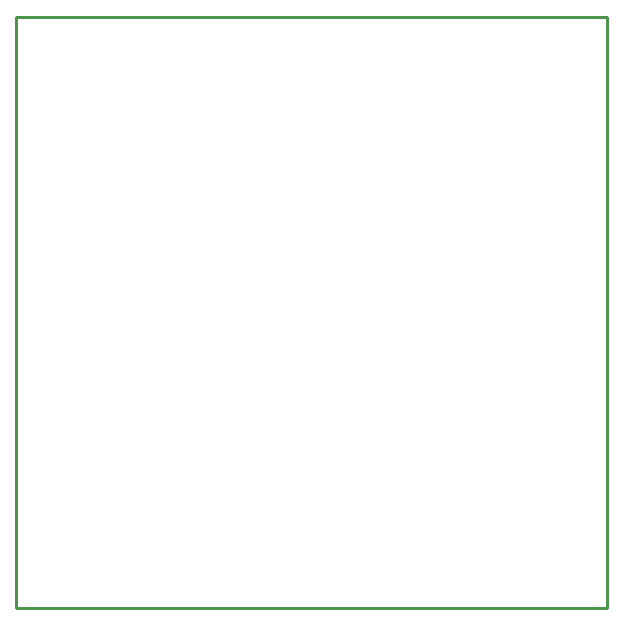
<source format=gko>
G75*
G70*
%OFA0B0*%
%FSLAX24Y24*%
%IPPOS*%
%LPD*%
%AMOC8*
5,1,8,0,0,1.08239X$1,22.5*
%
%ADD10C,0.0100*%
D10*
X001167Y001356D02*
X001167Y021031D01*
X020842Y021031D01*
X020842Y021056D01*
X020842Y021031D02*
X020842Y001356D01*
X001167Y001356D01*
M02*

</source>
